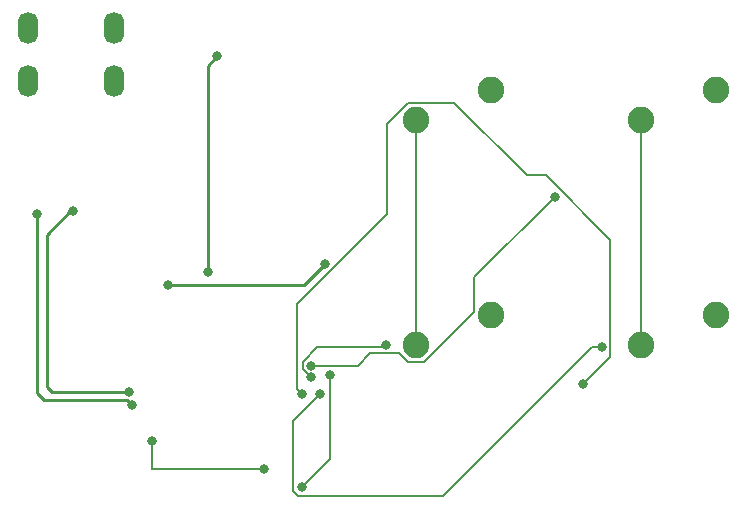
<source format=gtl>
G04 #@! TF.GenerationSoftware,KiCad,Pcbnew,(5.1.5)-3*
G04 #@! TF.CreationDate,2020-03-21T14:26:23+08:00*
G04 #@! TF.ProjectId,PCB Design,50434220-4465-4736-9967-6e2e6b696361,rev?*
G04 #@! TF.SameCoordinates,Original*
G04 #@! TF.FileFunction,Copper,L1,Top*
G04 #@! TF.FilePolarity,Positive*
%FSLAX46Y46*%
G04 Gerber Fmt 4.6, Leading zero omitted, Abs format (unit mm)*
G04 Created by KiCad (PCBNEW (5.1.5)-3) date 2020-03-21 14:26:23*
%MOMM*%
%LPD*%
G04 APERTURE LIST*
%ADD10O,1.700000X2.700000*%
%ADD11C,2.250000*%
%ADD12C,0.800000*%
%ADD13C,0.254000*%
%ADD14C,0.203200*%
G04 APERTURE END LIST*
D10*
X171293750Y-126206250D03*
X178593750Y-126206250D03*
X178593750Y-130706250D03*
X171293750Y-130706250D03*
D11*
X223202500Y-153035000D03*
X229552500Y-150495000D03*
X204152500Y-153035000D03*
X210502500Y-150495000D03*
X223202500Y-133985000D03*
X229552500Y-131445000D03*
X204152500Y-133985000D03*
X210502500Y-131445000D03*
D12*
X187325000Y-128587500D03*
X186531250Y-146843750D03*
X196850000Y-155575000D03*
X194468750Y-165100000D03*
X181768750Y-161131250D03*
X191293750Y-163512500D03*
X191293750Y-163512500D03*
X195262500Y-154781250D03*
X215900000Y-140493750D03*
X194468750Y-157162500D03*
X218281250Y-156368750D03*
X204152500Y-153035000D03*
X195262500Y-155781253D03*
X201612500Y-153018169D03*
X196056250Y-157162500D03*
X219868750Y-153193750D03*
X196469000Y-146177000D03*
X183134000Y-147955000D03*
X179853663Y-157007598D03*
X175133000Y-141732000D03*
X180086000Y-158115000D03*
X172085000Y-141986000D03*
D13*
X187325000Y-128587500D02*
X186531250Y-129381250D01*
X186531250Y-129381250D02*
X186531250Y-146843750D01*
D14*
X196850000Y-155575000D02*
X196850000Y-162718750D01*
X196850000Y-162718750D02*
X194468750Y-165100000D01*
X181768750Y-161131250D02*
X181768750Y-163512500D01*
X181768750Y-163512500D02*
X191293750Y-163512500D01*
X210502500Y-131445000D02*
X210566000Y-131445000D01*
X195262500Y-154781250D02*
X196850000Y-154781250D01*
X209075899Y-150222971D02*
X209075899Y-147317851D01*
X204837269Y-154461601D02*
X209075899Y-150222971D01*
X196850000Y-154781250D02*
X199231250Y-154781250D01*
X200292731Y-153719769D02*
X202725899Y-153719769D01*
X202725899Y-153719769D02*
X203467731Y-154461601D01*
X199231250Y-154781250D02*
X200292731Y-153719769D01*
X203467731Y-154461601D02*
X204837269Y-154461601D01*
X209075899Y-147317851D02*
X215900000Y-140493750D01*
X215128528Y-138683908D02*
X220570351Y-144125731D01*
X213518750Y-138683908D02*
X215128528Y-138683908D01*
X207393241Y-132558399D02*
X213518750Y-138683908D01*
X220570351Y-144125731D02*
X220570351Y-154079649D01*
X194068751Y-156762501D02*
X194068751Y-149615619D01*
X194468750Y-157162500D02*
X194068751Y-156762501D01*
X203467731Y-132558399D02*
X207393241Y-132558399D01*
X201705899Y-141978471D02*
X201705899Y-134320231D01*
X194068751Y-149615619D02*
X201705899Y-141978471D01*
X201705899Y-134320231D02*
X203467731Y-132558399D01*
X220570351Y-154079649D02*
X218281250Y-156368750D01*
X204152500Y-135575990D02*
X204152500Y-153035000D01*
X204152500Y-133985000D02*
X204152500Y-135575990D01*
X194560899Y-154444481D02*
X195811630Y-153193750D01*
X195262500Y-155781253D02*
X194560899Y-155079652D01*
X194560899Y-155079652D02*
X194560899Y-154444481D01*
X195811630Y-153193750D02*
X201436919Y-153193750D01*
X201436919Y-153193750D02*
X201612500Y-153018169D01*
X223202500Y-135575990D02*
X223202500Y-153035000D01*
X223202500Y-133985000D02*
X223202500Y-135575990D01*
X193767149Y-165436769D02*
X194131981Y-165801601D01*
X196056250Y-157162500D02*
X193767149Y-159451601D01*
X194131981Y-165801601D02*
X206467149Y-165801601D01*
X193767149Y-159451601D02*
X193767149Y-165436769D01*
X206467149Y-165801601D02*
X219075000Y-153193750D01*
X219075000Y-153193750D02*
X219868750Y-153193750D01*
D13*
X196469000Y-146177000D02*
X194691000Y-147955000D01*
X194691000Y-147955000D02*
X183134000Y-147955000D01*
X179853663Y-157007598D02*
X173319402Y-157007598D01*
X173319402Y-157007598D02*
X172902804Y-156591000D01*
X172902804Y-156591000D02*
X172902804Y-143708196D01*
X172902804Y-143708196D02*
X174879000Y-141732000D01*
X174879000Y-141732000D02*
X175133000Y-141732000D01*
X179686001Y-157715001D02*
X172701001Y-157715001D01*
X180086000Y-158115000D02*
X179686001Y-157715001D01*
X172701001Y-157715001D02*
X172085000Y-157099000D01*
X172085000Y-157099000D02*
X172085000Y-141986000D01*
M02*

</source>
